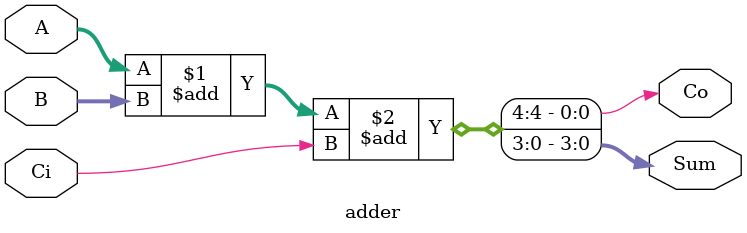
<source format=v>
module adder (
    input  [3:0] A ,
    input  [3:0] B ,
    input Ci , 

    output  [3:0] Sum ,
    output Co );

    assign {Co,Sum} = A + B + Ci;
endmodule
</source>
